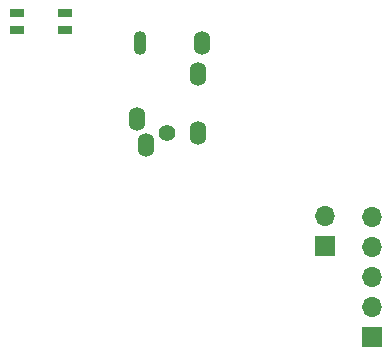
<source format=gbs>
G04 #@! TF.GenerationSoftware,KiCad,Pcbnew,7.0.7*
G04 #@! TF.CreationDate,2024-03-29T16:46:10+10:30*
G04 #@! TF.ProjectId,hawk,6861776b-2e6b-4696-9361-645f70636258,1*
G04 #@! TF.SameCoordinates,Original*
G04 #@! TF.FileFunction,Soldermask,Bot*
G04 #@! TF.FilePolarity,Negative*
%FSLAX46Y46*%
G04 Gerber Fmt 4.6, Leading zero omitted, Abs format (unit mm)*
G04 Created by KiCad (PCBNEW 7.0.7) date 2024-03-29 16:46:10*
%MOMM*%
%LPD*%
G01*
G04 APERTURE LIST*
%ADD10R,1.244600X0.660400*%
%ADD11O,1.700000X1.700000*%
%ADD12R,1.700000X1.700000*%
%ADD13O,1.371600X2.006600*%
%ADD14O,1.100000X2.000000*%
%ADD15C,1.397000*%
G04 APERTURE END LIST*
D10*
X135892500Y-84281502D03*
X139956500Y-84281502D03*
X135892500Y-82801500D03*
X139956500Y-82801500D03*
D11*
X162020700Y-100012000D03*
D12*
X162020700Y-102552000D03*
D11*
X165991500Y-100068500D03*
X165991500Y-102608500D03*
X165991500Y-105148500D03*
X165991500Y-107688500D03*
D12*
X165991500Y-110228500D03*
D13*
X151243300Y-92986900D03*
X146843301Y-93986901D03*
X146043300Y-91786900D03*
X151243300Y-87986900D03*
D14*
X146343299Y-85365251D03*
D13*
X151543299Y-85365251D03*
D15*
X148643300Y-92986900D03*
M02*

</source>
